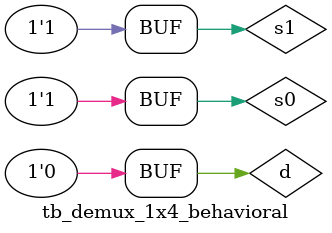
<source format=v>
module tb_demux_1x4_behavioral;
    reg d, s0, s1;
    wire y0, y1, y2, y3;

    demux_1x4_behavioral uut(d, s0, s1, y0, y1, y2, y3);

    initial 
    begin
        
        d = 1'b1; s0 = 1'b0; s1 = 1'b0;
        #5;
        d = 1'b1; s0 = 1'b0; s1 = 1'b1;
        #5;
        d = 1'b1; s0 = 1'b1; s1 = 1'b0;
        #5;
        d = 1'b1; s0 = 1'b1; s1 = 1'b1;
        #5;

        // Apply test cases with d = 0
        d = 1'b0; s0 = 1'b0; s1 = 1'b0;
        #5;
        d = 1'b0; s0 = 1'b0; s1 = 1'b1;
        #5;
        d = 1'b0; s0 = 1'b1; s1 = 1'b0;
        #5;
        d = 1'b0; s0 = 1'b1; s1 = 1'b1;
    end
endmodule
</source>
